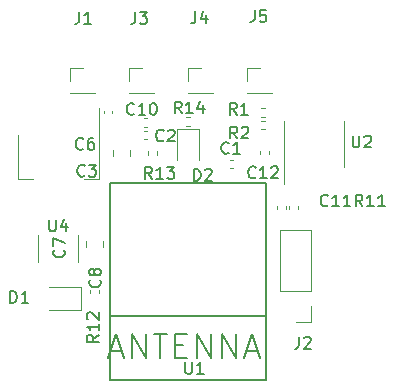
<source format=gbr>
%TF.GenerationSoftware,KiCad,Pcbnew,(5.1.12-1-10_14)*%
%TF.CreationDate,2022-02-21T12:57:33+08:00*%
%TF.ProjectId,esp32-c3_ddsu666,65737033-322d-4633-935f-646473753636,rev?*%
%TF.SameCoordinates,Original*%
%TF.FileFunction,Legend,Top*%
%TF.FilePolarity,Positive*%
%FSLAX46Y46*%
G04 Gerber Fmt 4.6, Leading zero omitted, Abs format (unit mm)*
G04 Created by KiCad (PCBNEW (5.1.12-1-10_14)) date 2022-02-21 12:57:33*
%MOMM*%
%LPD*%
G01*
G04 APERTURE LIST*
%ADD10C,0.120000*%
%ADD11C,0.200000*%
%ADD12C,0.150000*%
%ADD13C,0.203200*%
G04 APERTURE END LIST*
D10*
%TO.C,J2*%
X126880000Y-69390000D02*
X125550000Y-69390000D01*
X126880000Y-68060000D02*
X126880000Y-69390000D01*
X126880000Y-66790000D02*
X124220000Y-66790000D01*
X124220000Y-66790000D02*
X124220000Y-61650000D01*
X126880000Y-66790000D02*
X126880000Y-61650000D01*
X126880000Y-61650000D02*
X124220000Y-61650000D01*
%TO.C,C3*%
X111525000Y-55331252D02*
X111525000Y-54808748D01*
X110055000Y-55331252D02*
X110055000Y-54808748D01*
%TO.C,J5*%
X121440000Y-47940000D02*
X122500000Y-47940000D01*
X121440000Y-49000000D02*
X121440000Y-47940000D01*
X121440000Y-50000000D02*
X123560000Y-50000000D01*
X123560000Y-50000000D02*
X123560000Y-50060000D01*
X121440000Y-50000000D02*
X121440000Y-50060000D01*
X121440000Y-50060000D02*
X123560000Y-50060000D01*
%TO.C,J4*%
X116440000Y-47940000D02*
X117500000Y-47940000D01*
X116440000Y-49000000D02*
X116440000Y-47940000D01*
X116440000Y-50000000D02*
X118560000Y-50000000D01*
X118560000Y-50000000D02*
X118560000Y-50060000D01*
X116440000Y-50000000D02*
X116440000Y-50060000D01*
X116440000Y-50060000D02*
X118560000Y-50060000D01*
%TO.C,J3*%
X111440000Y-47940000D02*
X112500000Y-47940000D01*
X111440000Y-49000000D02*
X111440000Y-47940000D01*
X111440000Y-50000000D02*
X113560000Y-50000000D01*
X113560000Y-50000000D02*
X113560000Y-50060000D01*
X111440000Y-50000000D02*
X111440000Y-50060000D01*
X111440000Y-50060000D02*
X113560000Y-50060000D01*
%TO.C,J1*%
X106440000Y-47940000D02*
X107500000Y-47940000D01*
X106440000Y-49000000D02*
X106440000Y-47940000D01*
X106440000Y-50000000D02*
X108560000Y-50000000D01*
X108560000Y-50000000D02*
X108560000Y-50060000D01*
X106440000Y-50000000D02*
X106440000Y-50060000D01*
X106440000Y-50060000D02*
X108560000Y-50060000D01*
%TO.C,C12*%
X123250000Y-54914165D02*
X123250000Y-55145835D01*
X122530000Y-54914165D02*
X122530000Y-55145835D01*
%TO.C,U2*%
X129650000Y-54300000D02*
X129650000Y-52350000D01*
X129650000Y-54300000D02*
X129650000Y-56250000D01*
X124530000Y-54300000D02*
X124530000Y-52350000D01*
X124530000Y-54300000D02*
X124530000Y-57750000D01*
%TO.C,R2*%
X122947621Y-53110000D02*
X122612379Y-53110000D01*
X122947621Y-52350000D02*
X122612379Y-52350000D01*
%TO.C,R1*%
X122632379Y-51330000D02*
X122967621Y-51330000D01*
X122632379Y-52090000D02*
X122967621Y-52090000D01*
%TO.C,R14*%
X116286359Y-52810000D02*
X116593641Y-52810000D01*
X116286359Y-52050000D02*
X116593641Y-52050000D01*
%TO.C,R12*%
X108910000Y-66993641D02*
X108910000Y-66686359D01*
X108150000Y-66993641D02*
X108150000Y-66686359D01*
%TO.C,D2*%
X115480000Y-53045000D02*
X115480000Y-55730000D01*
X117400000Y-53045000D02*
X115480000Y-53045000D01*
X117400000Y-55730000D02*
X117400000Y-53045000D01*
%TO.C,D1*%
X107355000Y-66440000D02*
X104670000Y-66440000D01*
X107355000Y-68360000D02*
X107355000Y-66440000D01*
X104670000Y-68360000D02*
X107355000Y-68360000D01*
%TO.C,C7*%
X107110000Y-62028748D02*
X107110000Y-64351252D01*
X103690000Y-62028748D02*
X103690000Y-64351252D01*
%TO.C,U4*%
X102070000Y-57320000D02*
X103330000Y-57320000D01*
X108890000Y-57320000D02*
X107630000Y-57320000D01*
X102070000Y-53560000D02*
X102070000Y-57320000D01*
X108890000Y-51310000D02*
X108890000Y-57320000D01*
D11*
%TO.C,U1*%
X123040012Y-57680011D02*
X109839988Y-57680011D01*
X123040012Y-68879989D02*
X109839988Y-68879989D01*
X109839988Y-74280003D02*
X123040012Y-74280003D01*
X123040012Y-57680011D02*
X123040012Y-74280003D01*
X109839988Y-57680011D02*
X109839988Y-74280003D01*
D10*
%TO.C,R13*%
X113010000Y-55263641D02*
X113010000Y-54956359D01*
X113770000Y-55263641D02*
X113770000Y-54956359D01*
%TO.C,R11*%
X125750000Y-59546359D02*
X125750000Y-59853641D01*
X124990000Y-59546359D02*
X124990000Y-59853641D01*
%TO.C,C11*%
X123990000Y-59807836D02*
X123990000Y-59592164D01*
X124710000Y-59807836D02*
X124710000Y-59592164D01*
%TO.C,C10*%
X112957836Y-52890000D02*
X112742164Y-52890000D01*
X112957836Y-52170000D02*
X112742164Y-52170000D01*
%TO.C,C8*%
X109225000Y-62528748D02*
X109225000Y-63051252D01*
X107755000Y-62528748D02*
X107755000Y-63051252D01*
%TO.C,C6*%
X110020000Y-51522164D02*
X110020000Y-51737836D01*
X109300000Y-51522164D02*
X109300000Y-51737836D01*
%TO.C,C2*%
X112947836Y-53940000D02*
X112732164Y-53940000D01*
X112947836Y-53220000D02*
X112732164Y-53220000D01*
%TO.C,C1*%
X120237836Y-56400000D02*
X120022164Y-56400000D01*
X120237836Y-55680000D02*
X120022164Y-55680000D01*
%TO.C,J2*%
D12*
X125826666Y-70672380D02*
X125826666Y-71386666D01*
X125779047Y-71529523D01*
X125683809Y-71624761D01*
X125540952Y-71672380D01*
X125445714Y-71672380D01*
X126255238Y-70767619D02*
X126302857Y-70720000D01*
X126398095Y-70672380D01*
X126636190Y-70672380D01*
X126731428Y-70720000D01*
X126779047Y-70767619D01*
X126826666Y-70862857D01*
X126826666Y-70958095D01*
X126779047Y-71100952D01*
X126207619Y-71672380D01*
X126826666Y-71672380D01*
%TO.C,C3*%
X107683333Y-56997142D02*
X107635714Y-57044761D01*
X107492857Y-57092380D01*
X107397619Y-57092380D01*
X107254761Y-57044761D01*
X107159523Y-56949523D01*
X107111904Y-56854285D01*
X107064285Y-56663809D01*
X107064285Y-56520952D01*
X107111904Y-56330476D01*
X107159523Y-56235238D01*
X107254761Y-56140000D01*
X107397619Y-56092380D01*
X107492857Y-56092380D01*
X107635714Y-56140000D01*
X107683333Y-56187619D01*
X108016666Y-56092380D02*
X108635714Y-56092380D01*
X108302380Y-56473333D01*
X108445238Y-56473333D01*
X108540476Y-56520952D01*
X108588095Y-56568571D01*
X108635714Y-56663809D01*
X108635714Y-56901904D01*
X108588095Y-56997142D01*
X108540476Y-57044761D01*
X108445238Y-57092380D01*
X108159523Y-57092380D01*
X108064285Y-57044761D01*
X108016666Y-56997142D01*
%TO.C,J5*%
X122066666Y-43012380D02*
X122066666Y-43726666D01*
X122019047Y-43869523D01*
X121923809Y-43964761D01*
X121780952Y-44012380D01*
X121685714Y-44012380D01*
X123019047Y-43012380D02*
X122542857Y-43012380D01*
X122495238Y-43488571D01*
X122542857Y-43440952D01*
X122638095Y-43393333D01*
X122876190Y-43393333D01*
X122971428Y-43440952D01*
X123019047Y-43488571D01*
X123066666Y-43583809D01*
X123066666Y-43821904D01*
X123019047Y-43917142D01*
X122971428Y-43964761D01*
X122876190Y-44012380D01*
X122638095Y-44012380D01*
X122542857Y-43964761D01*
X122495238Y-43917142D01*
%TO.C,J4*%
X117056666Y-43112380D02*
X117056666Y-43826666D01*
X117009047Y-43969523D01*
X116913809Y-44064761D01*
X116770952Y-44112380D01*
X116675714Y-44112380D01*
X117961428Y-43445714D02*
X117961428Y-44112380D01*
X117723333Y-43064761D02*
X117485238Y-43779047D01*
X118104285Y-43779047D01*
%TO.C,J3*%
X111956666Y-43162380D02*
X111956666Y-43876666D01*
X111909047Y-44019523D01*
X111813809Y-44114761D01*
X111670952Y-44162380D01*
X111575714Y-44162380D01*
X112337619Y-43162380D02*
X112956666Y-43162380D01*
X112623333Y-43543333D01*
X112766190Y-43543333D01*
X112861428Y-43590952D01*
X112909047Y-43638571D01*
X112956666Y-43733809D01*
X112956666Y-43971904D01*
X112909047Y-44067142D01*
X112861428Y-44114761D01*
X112766190Y-44162380D01*
X112480476Y-44162380D01*
X112385238Y-44114761D01*
X112337619Y-44067142D01*
%TO.C,J1*%
X107206666Y-43162380D02*
X107206666Y-43876666D01*
X107159047Y-44019523D01*
X107063809Y-44114761D01*
X106920952Y-44162380D01*
X106825714Y-44162380D01*
X108206666Y-44162380D02*
X107635238Y-44162380D01*
X107920952Y-44162380D02*
X107920952Y-43162380D01*
X107825714Y-43305238D01*
X107730476Y-43400476D01*
X107635238Y-43448095D01*
%TO.C,C12*%
X122147142Y-57147142D02*
X122099523Y-57194761D01*
X121956666Y-57242380D01*
X121861428Y-57242380D01*
X121718571Y-57194761D01*
X121623333Y-57099523D01*
X121575714Y-57004285D01*
X121528095Y-56813809D01*
X121528095Y-56670952D01*
X121575714Y-56480476D01*
X121623333Y-56385238D01*
X121718571Y-56290000D01*
X121861428Y-56242380D01*
X121956666Y-56242380D01*
X122099523Y-56290000D01*
X122147142Y-56337619D01*
X123099523Y-57242380D02*
X122528095Y-57242380D01*
X122813809Y-57242380D02*
X122813809Y-56242380D01*
X122718571Y-56385238D01*
X122623333Y-56480476D01*
X122528095Y-56528095D01*
X123480476Y-56337619D02*
X123528095Y-56290000D01*
X123623333Y-56242380D01*
X123861428Y-56242380D01*
X123956666Y-56290000D01*
X124004285Y-56337619D01*
X124051904Y-56432857D01*
X124051904Y-56528095D01*
X124004285Y-56670952D01*
X123432857Y-57242380D01*
X124051904Y-57242380D01*
%TO.C,U2*%
X130358095Y-53622380D02*
X130358095Y-54431904D01*
X130405714Y-54527142D01*
X130453333Y-54574761D01*
X130548571Y-54622380D01*
X130739047Y-54622380D01*
X130834285Y-54574761D01*
X130881904Y-54527142D01*
X130929523Y-54431904D01*
X130929523Y-53622380D01*
X131358095Y-53717619D02*
X131405714Y-53670000D01*
X131500952Y-53622380D01*
X131739047Y-53622380D01*
X131834285Y-53670000D01*
X131881904Y-53717619D01*
X131929523Y-53812857D01*
X131929523Y-53908095D01*
X131881904Y-54050952D01*
X131310476Y-54622380D01*
X131929523Y-54622380D01*
%TO.C,R2*%
X120583333Y-53872380D02*
X120250000Y-53396190D01*
X120011904Y-53872380D02*
X120011904Y-52872380D01*
X120392857Y-52872380D01*
X120488095Y-52920000D01*
X120535714Y-52967619D01*
X120583333Y-53062857D01*
X120583333Y-53205714D01*
X120535714Y-53300952D01*
X120488095Y-53348571D01*
X120392857Y-53396190D01*
X120011904Y-53396190D01*
X120964285Y-52967619D02*
X121011904Y-52920000D01*
X121107142Y-52872380D01*
X121345238Y-52872380D01*
X121440476Y-52920000D01*
X121488095Y-52967619D01*
X121535714Y-53062857D01*
X121535714Y-53158095D01*
X121488095Y-53300952D01*
X120916666Y-53872380D01*
X121535714Y-53872380D01*
%TO.C,R1*%
X120543333Y-51852380D02*
X120210000Y-51376190D01*
X119971904Y-51852380D02*
X119971904Y-50852380D01*
X120352857Y-50852380D01*
X120448095Y-50900000D01*
X120495714Y-50947619D01*
X120543333Y-51042857D01*
X120543333Y-51185714D01*
X120495714Y-51280952D01*
X120448095Y-51328571D01*
X120352857Y-51376190D01*
X119971904Y-51376190D01*
X121495714Y-51852380D02*
X120924285Y-51852380D01*
X121210000Y-51852380D02*
X121210000Y-50852380D01*
X121114761Y-50995238D01*
X121019523Y-51090476D01*
X120924285Y-51138095D01*
%TO.C,R14*%
X115877142Y-51742380D02*
X115543809Y-51266190D01*
X115305714Y-51742380D02*
X115305714Y-50742380D01*
X115686666Y-50742380D01*
X115781904Y-50790000D01*
X115829523Y-50837619D01*
X115877142Y-50932857D01*
X115877142Y-51075714D01*
X115829523Y-51170952D01*
X115781904Y-51218571D01*
X115686666Y-51266190D01*
X115305714Y-51266190D01*
X116829523Y-51742380D02*
X116258095Y-51742380D01*
X116543809Y-51742380D02*
X116543809Y-50742380D01*
X116448571Y-50885238D01*
X116353333Y-50980476D01*
X116258095Y-51028095D01*
X117686666Y-51075714D02*
X117686666Y-51742380D01*
X117448571Y-50694761D02*
X117210476Y-51409047D01*
X117829523Y-51409047D01*
%TO.C,R12*%
X108862380Y-70502857D02*
X108386190Y-70836190D01*
X108862380Y-71074285D02*
X107862380Y-71074285D01*
X107862380Y-70693333D01*
X107910000Y-70598095D01*
X107957619Y-70550476D01*
X108052857Y-70502857D01*
X108195714Y-70502857D01*
X108290952Y-70550476D01*
X108338571Y-70598095D01*
X108386190Y-70693333D01*
X108386190Y-71074285D01*
X108862380Y-69550476D02*
X108862380Y-70121904D01*
X108862380Y-69836190D02*
X107862380Y-69836190D01*
X108005238Y-69931428D01*
X108100476Y-70026666D01*
X108148095Y-70121904D01*
X107957619Y-69169523D02*
X107910000Y-69121904D01*
X107862380Y-69026666D01*
X107862380Y-68788571D01*
X107910000Y-68693333D01*
X107957619Y-68645714D01*
X108052857Y-68598095D01*
X108148095Y-68598095D01*
X108290952Y-68645714D01*
X108862380Y-69217142D01*
X108862380Y-68598095D01*
%TO.C,D2*%
X116921904Y-57442380D02*
X116921904Y-56442380D01*
X117160000Y-56442380D01*
X117302857Y-56490000D01*
X117398095Y-56585238D01*
X117445714Y-56680476D01*
X117493333Y-56870952D01*
X117493333Y-57013809D01*
X117445714Y-57204285D01*
X117398095Y-57299523D01*
X117302857Y-57394761D01*
X117160000Y-57442380D01*
X116921904Y-57442380D01*
X117874285Y-56537619D02*
X117921904Y-56490000D01*
X118017142Y-56442380D01*
X118255238Y-56442380D01*
X118350476Y-56490000D01*
X118398095Y-56537619D01*
X118445714Y-56632857D01*
X118445714Y-56728095D01*
X118398095Y-56870952D01*
X117826666Y-57442380D01*
X118445714Y-57442380D01*
%TO.C,D1*%
X101381904Y-67792380D02*
X101381904Y-66792380D01*
X101620000Y-66792380D01*
X101762857Y-66840000D01*
X101858095Y-66935238D01*
X101905714Y-67030476D01*
X101953333Y-67220952D01*
X101953333Y-67363809D01*
X101905714Y-67554285D01*
X101858095Y-67649523D01*
X101762857Y-67744761D01*
X101620000Y-67792380D01*
X101381904Y-67792380D01*
X102905714Y-67792380D02*
X102334285Y-67792380D01*
X102620000Y-67792380D02*
X102620000Y-66792380D01*
X102524761Y-66935238D01*
X102429523Y-67030476D01*
X102334285Y-67078095D01*
%TO.C,C7*%
X105917142Y-63326666D02*
X105964761Y-63374285D01*
X106012380Y-63517142D01*
X106012380Y-63612380D01*
X105964761Y-63755238D01*
X105869523Y-63850476D01*
X105774285Y-63898095D01*
X105583809Y-63945714D01*
X105440952Y-63945714D01*
X105250476Y-63898095D01*
X105155238Y-63850476D01*
X105060000Y-63755238D01*
X105012380Y-63612380D01*
X105012380Y-63517142D01*
X105060000Y-63374285D01*
X105107619Y-63326666D01*
X105012380Y-62993333D02*
X105012380Y-62326666D01*
X106012380Y-62755238D01*
%TO.C,U4*%
X104658095Y-60732380D02*
X104658095Y-61541904D01*
X104705714Y-61637142D01*
X104753333Y-61684761D01*
X104848571Y-61732380D01*
X105039047Y-61732380D01*
X105134285Y-61684761D01*
X105181904Y-61637142D01*
X105229523Y-61541904D01*
X105229523Y-60732380D01*
X106134285Y-61065714D02*
X106134285Y-61732380D01*
X105896190Y-60684761D02*
X105658095Y-61399047D01*
X106277142Y-61399047D01*
%TO.C,U1*%
X116198095Y-72802380D02*
X116198095Y-73611904D01*
X116245714Y-73707142D01*
X116293333Y-73754761D01*
X116388571Y-73802380D01*
X116579047Y-73802380D01*
X116674285Y-73754761D01*
X116721904Y-73707142D01*
X116769523Y-73611904D01*
X116769523Y-72802380D01*
X117769523Y-73802380D02*
X117198095Y-73802380D01*
X117483809Y-73802380D02*
X117483809Y-72802380D01*
X117388571Y-72945238D01*
X117293333Y-73040476D01*
X117198095Y-73088095D01*
D13*
X109838624Y-71842678D02*
X110806243Y-71842678D01*
X109645100Y-72423250D02*
X110322434Y-70391250D01*
X110999767Y-72423250D01*
X111677100Y-72423250D02*
X111677100Y-70391250D01*
X112838243Y-72423250D01*
X112838243Y-70391250D01*
X113515577Y-70391250D02*
X114676719Y-70391250D01*
X114096148Y-72423250D02*
X114096148Y-70391250D01*
X115354053Y-71358869D02*
X116031386Y-71358869D01*
X116321672Y-72423250D02*
X115354053Y-72423250D01*
X115354053Y-70391250D01*
X116321672Y-70391250D01*
X117192529Y-72423250D02*
X117192529Y-70391250D01*
X118353672Y-72423250D01*
X118353672Y-70391250D01*
X119321291Y-72423250D02*
X119321291Y-70391250D01*
X120482434Y-72423250D01*
X120482434Y-70391250D01*
X121353291Y-71842678D02*
X122320910Y-71842678D01*
X121159767Y-72423250D02*
X121837100Y-70391250D01*
X122514434Y-72423250D01*
%TO.C,R13*%
D12*
X113367142Y-57282380D02*
X113033809Y-56806190D01*
X112795714Y-57282380D02*
X112795714Y-56282380D01*
X113176666Y-56282380D01*
X113271904Y-56330000D01*
X113319523Y-56377619D01*
X113367142Y-56472857D01*
X113367142Y-56615714D01*
X113319523Y-56710952D01*
X113271904Y-56758571D01*
X113176666Y-56806190D01*
X112795714Y-56806190D01*
X114319523Y-57282380D02*
X113748095Y-57282380D01*
X114033809Y-57282380D02*
X114033809Y-56282380D01*
X113938571Y-56425238D01*
X113843333Y-56520476D01*
X113748095Y-56568095D01*
X114652857Y-56282380D02*
X115271904Y-56282380D01*
X114938571Y-56663333D01*
X115081428Y-56663333D01*
X115176666Y-56710952D01*
X115224285Y-56758571D01*
X115271904Y-56853809D01*
X115271904Y-57091904D01*
X115224285Y-57187142D01*
X115176666Y-57234761D01*
X115081428Y-57282380D01*
X114795714Y-57282380D01*
X114700476Y-57234761D01*
X114652857Y-57187142D01*
%TO.C,R11*%
X131197142Y-59622380D02*
X130863809Y-59146190D01*
X130625714Y-59622380D02*
X130625714Y-58622380D01*
X131006666Y-58622380D01*
X131101904Y-58670000D01*
X131149523Y-58717619D01*
X131197142Y-58812857D01*
X131197142Y-58955714D01*
X131149523Y-59050952D01*
X131101904Y-59098571D01*
X131006666Y-59146190D01*
X130625714Y-59146190D01*
X132149523Y-59622380D02*
X131578095Y-59622380D01*
X131863809Y-59622380D02*
X131863809Y-58622380D01*
X131768571Y-58765238D01*
X131673333Y-58860476D01*
X131578095Y-58908095D01*
X133101904Y-59622380D02*
X132530476Y-59622380D01*
X132816190Y-59622380D02*
X132816190Y-58622380D01*
X132720952Y-58765238D01*
X132625714Y-58860476D01*
X132530476Y-58908095D01*
%TO.C,C11*%
X128277142Y-59527142D02*
X128229523Y-59574761D01*
X128086666Y-59622380D01*
X127991428Y-59622380D01*
X127848571Y-59574761D01*
X127753333Y-59479523D01*
X127705714Y-59384285D01*
X127658095Y-59193809D01*
X127658095Y-59050952D01*
X127705714Y-58860476D01*
X127753333Y-58765238D01*
X127848571Y-58670000D01*
X127991428Y-58622380D01*
X128086666Y-58622380D01*
X128229523Y-58670000D01*
X128277142Y-58717619D01*
X129229523Y-59622380D02*
X128658095Y-59622380D01*
X128943809Y-59622380D02*
X128943809Y-58622380D01*
X128848571Y-58765238D01*
X128753333Y-58860476D01*
X128658095Y-58908095D01*
X130181904Y-59622380D02*
X129610476Y-59622380D01*
X129896190Y-59622380D02*
X129896190Y-58622380D01*
X129800952Y-58765238D01*
X129705714Y-58860476D01*
X129610476Y-58908095D01*
%TO.C,C10*%
X111857142Y-51767142D02*
X111809523Y-51814761D01*
X111666666Y-51862380D01*
X111571428Y-51862380D01*
X111428571Y-51814761D01*
X111333333Y-51719523D01*
X111285714Y-51624285D01*
X111238095Y-51433809D01*
X111238095Y-51290952D01*
X111285714Y-51100476D01*
X111333333Y-51005238D01*
X111428571Y-50910000D01*
X111571428Y-50862380D01*
X111666666Y-50862380D01*
X111809523Y-50910000D01*
X111857142Y-50957619D01*
X112809523Y-51862380D02*
X112238095Y-51862380D01*
X112523809Y-51862380D02*
X112523809Y-50862380D01*
X112428571Y-51005238D01*
X112333333Y-51100476D01*
X112238095Y-51148095D01*
X113428571Y-50862380D02*
X113523809Y-50862380D01*
X113619047Y-50910000D01*
X113666666Y-50957619D01*
X113714285Y-51052857D01*
X113761904Y-51243333D01*
X113761904Y-51481428D01*
X113714285Y-51671904D01*
X113666666Y-51767142D01*
X113619047Y-51814761D01*
X113523809Y-51862380D01*
X113428571Y-51862380D01*
X113333333Y-51814761D01*
X113285714Y-51767142D01*
X113238095Y-51671904D01*
X113190476Y-51481428D01*
X113190476Y-51243333D01*
X113238095Y-51052857D01*
X113285714Y-50957619D01*
X113333333Y-50910000D01*
X113428571Y-50862380D01*
%TO.C,C8*%
X108957142Y-65836666D02*
X109004761Y-65884285D01*
X109052380Y-66027142D01*
X109052380Y-66122380D01*
X109004761Y-66265238D01*
X108909523Y-66360476D01*
X108814285Y-66408095D01*
X108623809Y-66455714D01*
X108480952Y-66455714D01*
X108290476Y-66408095D01*
X108195238Y-66360476D01*
X108100000Y-66265238D01*
X108052380Y-66122380D01*
X108052380Y-66027142D01*
X108100000Y-65884285D01*
X108147619Y-65836666D01*
X108480952Y-65265238D02*
X108433333Y-65360476D01*
X108385714Y-65408095D01*
X108290476Y-65455714D01*
X108242857Y-65455714D01*
X108147619Y-65408095D01*
X108100000Y-65360476D01*
X108052380Y-65265238D01*
X108052380Y-65074761D01*
X108100000Y-64979523D01*
X108147619Y-64931904D01*
X108242857Y-64884285D01*
X108290476Y-64884285D01*
X108385714Y-64931904D01*
X108433333Y-64979523D01*
X108480952Y-65074761D01*
X108480952Y-65265238D01*
X108528571Y-65360476D01*
X108576190Y-65408095D01*
X108671428Y-65455714D01*
X108861904Y-65455714D01*
X108957142Y-65408095D01*
X109004761Y-65360476D01*
X109052380Y-65265238D01*
X109052380Y-65074761D01*
X109004761Y-64979523D01*
X108957142Y-64931904D01*
X108861904Y-64884285D01*
X108671428Y-64884285D01*
X108576190Y-64931904D01*
X108528571Y-64979523D01*
X108480952Y-65074761D01*
%TO.C,C6*%
X107543333Y-54727142D02*
X107495714Y-54774761D01*
X107352857Y-54822380D01*
X107257619Y-54822380D01*
X107114761Y-54774761D01*
X107019523Y-54679523D01*
X106971904Y-54584285D01*
X106924285Y-54393809D01*
X106924285Y-54250952D01*
X106971904Y-54060476D01*
X107019523Y-53965238D01*
X107114761Y-53870000D01*
X107257619Y-53822380D01*
X107352857Y-53822380D01*
X107495714Y-53870000D01*
X107543333Y-53917619D01*
X108400476Y-53822380D02*
X108210000Y-53822380D01*
X108114761Y-53870000D01*
X108067142Y-53917619D01*
X107971904Y-54060476D01*
X107924285Y-54250952D01*
X107924285Y-54631904D01*
X107971904Y-54727142D01*
X108019523Y-54774761D01*
X108114761Y-54822380D01*
X108305238Y-54822380D01*
X108400476Y-54774761D01*
X108448095Y-54727142D01*
X108495714Y-54631904D01*
X108495714Y-54393809D01*
X108448095Y-54298571D01*
X108400476Y-54250952D01*
X108305238Y-54203333D01*
X108114761Y-54203333D01*
X108019523Y-54250952D01*
X107971904Y-54298571D01*
X107924285Y-54393809D01*
%TO.C,C2*%
X114353333Y-54027142D02*
X114305714Y-54074761D01*
X114162857Y-54122380D01*
X114067619Y-54122380D01*
X113924761Y-54074761D01*
X113829523Y-53979523D01*
X113781904Y-53884285D01*
X113734285Y-53693809D01*
X113734285Y-53550952D01*
X113781904Y-53360476D01*
X113829523Y-53265238D01*
X113924761Y-53170000D01*
X114067619Y-53122380D01*
X114162857Y-53122380D01*
X114305714Y-53170000D01*
X114353333Y-53217619D01*
X114734285Y-53217619D02*
X114781904Y-53170000D01*
X114877142Y-53122380D01*
X115115238Y-53122380D01*
X115210476Y-53170000D01*
X115258095Y-53217619D01*
X115305714Y-53312857D01*
X115305714Y-53408095D01*
X115258095Y-53550952D01*
X114686666Y-54122380D01*
X115305714Y-54122380D01*
%TO.C,C1*%
X119873333Y-55077142D02*
X119825714Y-55124761D01*
X119682857Y-55172380D01*
X119587619Y-55172380D01*
X119444761Y-55124761D01*
X119349523Y-55029523D01*
X119301904Y-54934285D01*
X119254285Y-54743809D01*
X119254285Y-54600952D01*
X119301904Y-54410476D01*
X119349523Y-54315238D01*
X119444761Y-54220000D01*
X119587619Y-54172380D01*
X119682857Y-54172380D01*
X119825714Y-54220000D01*
X119873333Y-54267619D01*
X120825714Y-55172380D02*
X120254285Y-55172380D01*
X120540000Y-55172380D02*
X120540000Y-54172380D01*
X120444761Y-54315238D01*
X120349523Y-54410476D01*
X120254285Y-54458095D01*
%TD*%
M02*

</source>
